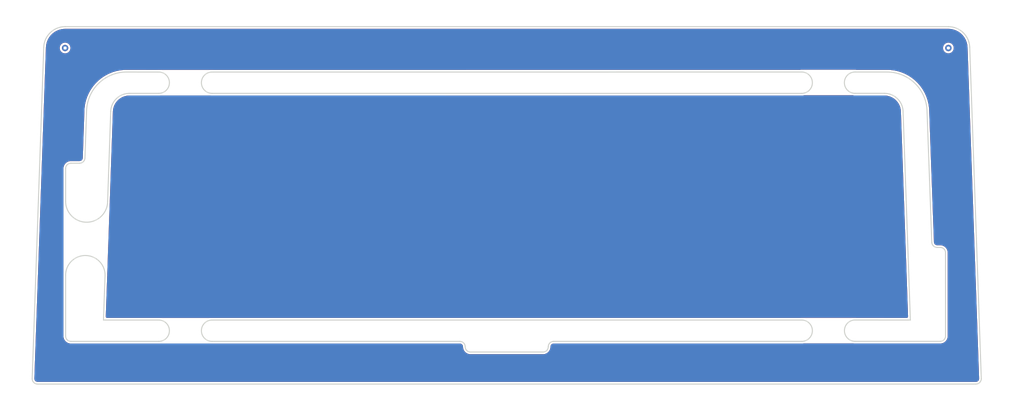
<source format=kicad_pcb>
(kicad_pcb
	(version 20241229)
	(generator "pcbnew")
	(generator_version "9.0")
	(general
		(thickness 1.6)
		(legacy_teardrops no)
	)
	(paper "A4")
	(layers
		(0 "F.Cu" signal)
		(2 "B.Cu" signal)
		(9 "F.Adhes" user "F.Adhesive")
		(11 "B.Adhes" user "B.Adhesive")
		(13 "F.Paste" user)
		(15 "B.Paste" user)
		(5 "F.SilkS" user "F.Silkscreen")
		(7 "B.SilkS" user "B.Silkscreen")
		(1 "F.Mask" user)
		(3 "B.Mask" user)
		(17 "Dwgs.User" user "User.Drawings")
		(19 "Cmts.User" user "User.Comments")
		(21 "Eco1.User" user "User.Eco1")
		(23 "Eco2.User" user "User.Eco2")
		(25 "Edge.Cuts" user)
		(27 "Margin" user)
		(31 "F.CrtYd" user "F.Courtyard")
		(29 "B.CrtYd" user "B.Courtyard")
		(35 "F.Fab" user)
		(33 "B.Fab" user)
		(39 "User.1" user)
		(41 "User.2" user)
		(43 "User.3" user)
		(45 "User.4" user)
	)
	(setup
		(pad_to_mask_clearance 0.038)
		(allow_soldermask_bridges_in_footprints no)
		(tenting front back)
		(pcbplotparams
			(layerselection 0x00000000_00000000_55555555_5755f5ff)
			(plot_on_all_layers_selection 0x00000000_00000000_00000000_00000000)
			(disableapertmacros no)
			(usegerberextensions no)
			(usegerberattributes yes)
			(usegerberadvancedattributes yes)
			(creategerberjobfile yes)
			(dashed_line_dash_ratio 12.000000)
			(dashed_line_gap_ratio 3.000000)
			(svgprecision 4)
			(plotframeref no)
			(mode 1)
			(useauxorigin no)
			(hpglpennumber 1)
			(hpglpenspeed 20)
			(hpglpendiameter 15.000000)
			(pdf_front_fp_property_popups yes)
			(pdf_back_fp_property_popups yes)
			(pdf_metadata yes)
			(pdf_single_document no)
			(dxfpolygonmode yes)
			(dxfimperialunits yes)
			(dxfusepcbnewfont yes)
			(psnegative no)
			(psa4output no)
			(plot_black_and_white yes)
			(sketchpadsonfab no)
			(plotpadnumbers no)
			(hidednponfab no)
			(sketchdnponfab yes)
			(crossoutdnponfab yes)
			(subtractmaskfromsilk no)
			(outputformat 1)
			(mirror no)
			(drillshape 1)
			(scaleselection 1)
			(outputdirectory "")
		)
	)
	(net 0 "")
	(gr_line
		(start 102.55 97.50001)
		(end 103.3741 74.262639)
		(stroke
			(width 3)
			(type solid)
		)
		(layer "F.Mask")
		(uuid "5ced7799-b48c-4f4a-b900-f7745dcd4425")
	)
	(gr_line
		(start 102.55 97.50001)
		(end 186.457794 97.489939)
		(stroke
			(width 3)
			(type solid)
		)
		(layer "F.Mask")
		(uuid "64ff93e8-5b83-406d-a9bd-2e82b23762f5")
	)
	(gr_line
		(start 108.87 69)
		(end 180.14704 69)
		(stroke
			(width 3)
			(type solid)
		)
		(layer "F.Mask")
		(uuid "6d392250-5640-4e66-bab5-adb8929c0e20")
	)
	(gr_arc
		(start 103.3741 74.262639)
		(mid 105.05091 70.524512)
		(end 108.853827 69.000337)
		(stroke
			(width 3)
			(type solid)
		)
		(layer "F.Mask")
		(uuid "7d18cb73-206e-4393-a1a9-d1b818996556")
	)
	(gr_arc
		(start 180.14704 69)
		(mid 183.965755 70.54855)
		(end 185.636995 74.315185)
		(stroke
			(width 3)
			(type solid)
		)
		(layer "F.Mask")
		(uuid "82121533-1a95-4cb4-94b3-a68864de9b9c")
	)
	(gr_line
		(start 185.636895 74.32208)
		(end 186.457796 97.49)
		(stroke
			(width 3)
			(type solid)
		)
		(layer "F.Mask")
		(uuid "e8e12d8e-d8c2-47c6-ace0-b62bd270a716")
	)
	(gr_line
		(start 144.5 68)
		(end 144.5 99)
		(stroke
			(width 0.1)
			(type default)
		)
		(locked yes)
		(layer "Cmts.User")
		(uuid "0b302b9e-9b80-4780-9dda-1e025abe2002")
	)
	(gr_line
		(start 187.134542 74.2732)
		(end 187.998023 99.000069)
		(stroke
			(width 0.1)
			(type solid)
		)
		(layer "Cmts.User")
		(uuid "3ad854d8-a551-45cb-a008-f0e26680e981")
	)
	(gr_line
		(start 101 99)
		(end 101.865461 74.272571)
		(stroke
			(width 0.1)
			(type solid)
		)
		(layer "Cmts.User")
		(uuid "41814990-fb49-4da5-a43b-33c713aba581")
	)
	(gr_line
		(start 108.86148 67.5)
		(end 180.13852 67.5)
		(stroke
			(width 0.1)
			(type solid)
		)
		(layer "Cmts.User")
		(uuid "6b5e45df-09a0-4848-9c2f-4a015f2adfb2")
	)
	(gr_arc
		(start 180.13852 67.5)
		(mid 185.001123 69.464635)
		(end 187.134236 74.255724)
		(stroke
			(width 0.1)
			(type solid)
		)
		(layer "Cmts.User")
		(uuid "b3ff5f83-1f4e-4e58-97e0-35195c04bfc4")
	)
	(gr_line
		(start 101 99)
		(end 187.998021 99)
		(stroke
			(width 0.1)
			(type solid)
		)
		(layer "Cmts.User")
		(uuid "da1b37a8-1f4f-4132-a076-06cb30f82bf1")
	)
	(gr_arc
		(start 101.865458 74.272639)
		(mid 103.986907 69.476591)
		(end 108.844564 67.500285)
		(stroke
			(width 0.1)
			(type solid)
		)
		(layer "Cmts.User")
		(uuid "ea3374ca-a7a1-48ba-a474-bdc196ba35a6")
	)
	(gr_arc
		(start 101.102588 68.430193)
		(mid 101.712055 67.061317)
		(end 103.112535 66.5)
		(stroke
			(width 0.1)
			(type default)
		)
		(layer "Edge.Cuts")
		(uuid "0207abd8-efcb-493b-9f57-2035763e0f2a")
	)
	(gr_arc
		(start 148.395 96.5)
		(mid 148.248553 96.853553)
		(end 147.895 97)
		(stroke
			(width 0.1)
			(type default)
		)
		(layer "Edge.Cuts")
		(uuid "05e21cab-93e2-4987-ab5e-5e77086ef874")
	)
	(gr_arc
		(start 116.879955 72.752)
		(mid 115.88 71.752)
		(end 116.879964 70.752)
		(stroke
			(width 0.1)
			(type solid)
		)
		(layer "Edge.Cuts")
		(uuid "07de1ac6-551a-4329-8b61-ae7d6191c994")
	)
	(gr_arc
		(start 107.089996 82.860132)
		(mid 105.12 84.83)
		(end 103.150004 82.86)
		(stroke
			(width 0.1)
			(type default)
		)
		(layer "Edge.Cuts")
		(uuid "0d196f56-edd5-4ea4-874b-a68009f99c36")
	)
	(gr_arc
		(start 103.15 79.8)
		(mid 103.296447 79.446447)
		(end 103.65 79.3)
		(stroke
			(width 0.1)
			(type default)
		)
		(layer "Edge.Cuts")
		(uuid "0fc4aed6-859b-4bb0-b6a1-6bef04d74ed7")
	)
	(gr_line
		(start 104.961343 78.817302)
		(end 105.115017 74.379509)
		(stroke
			(width 0.1)
			(type solid)
		)
		(layer "Edge.Cuts")
		(uuid "11747806-27b0-469e-84c8-35721c2ae4fe")
	)
	(gr_line
		(start 181.652001 74.502496)
		(end 182.333286 94)
		(stroke
			(width 0.1)
			(type solid)
		)
		(layer "Edge.Cuts")
		(uuid "11972bf3-f63f-4cd9-affb-b24c5c826756")
	)
	(gr_arc
		(start 105.115017 74.379509)
		(mid 106.25159 71.809693)
		(end 108.867176 70.750031)
		(stroke
			(width 0.1)
			(type solid)
		)
		(layer "Edge.Cuts")
		(uuid "1ef3d97a-e870-4d7d-b7dd-10ca09e0f67a")
	)
	(gr_arc
		(start 185.8985 66.5)
		(mid 187.287925 67.061328)
		(end 187.89687 68.414666)
		(stroke
			(width 0.1)
			(type solid)
		)
		(layer "Edge.Cuts")
		(uuid "22180847-29a4-431f-9be2-d11a858c40ee")
	)
	(gr_line
		(start 111.88 96)
		(end 103.6502 96)
		(stroke
			(width 0.1)
			(type solid)
		)
		(layer "Edge.Cuts")
		(uuid "22a24c7b-2eed-46de-8cea-47f53dbe3c23")
	)
	(gr_arc
		(start 188.982226 99.49855)
		(mid 188.841905 99.84734)
		(end 188.482232 100)
		(stroke
			(width 0.1)
			(type default)
		)
		(layer "Edge.Cuts")
		(uuid "244db07d-82e1-4829-94c4-478b06413604")
	)
	(gr_line
		(start 116.88 96)
		(end 140.105 96)
		(stroke
			(width 0.1)
			(type solid)
		)
		(layer "Edge.Cuts")
		(uuid "24c40e9e-dee4-4099-a351-5ee4a14d14a9")
	)
	(gr_line
		(start 177.16154 93.995538)
		(end 182.333286 94)
		(stroke
			(width 0.1)
			(type default)
		)
		(layer "Edge.Cuts")
		(uuid "2a7f5a5a-6bb5-4fec-9af8-299807403bbe")
	)
	(gr_arc
		(start 179.899999 72.75)
		(mid 181.138851 73.263149)
		(end 181.652001 74.502496)
		(stroke
			(width 0.1)
			(type solid)
		)
		(layer "Edge.Cuts")
		(uuid "2a833eef-7a2d-40d6-b434-edaa008714e2")
	)
	(gr_line
		(start 148.895 96)
		(end 172.15 95.999999)
		(stroke
			(width 0.1)
			(type solid)
		)
		(layer "Edge.Cuts")
		(uuid "2af428f4-e111-41ca-8483-44a28a48367a")
	)
	(gr_arc
		(start 103.15 89.799993)
		(mid 105 87.949996)
		(end 106.845286 89.931982)
		(stroke
			(width 0.1)
			(type default)
		)
		(layer "Edge.Cuts")
		(uuid "2c3d55af-a73e-4fec-880d-96677f958c1f")
	)
	(gr_arc
		(start 104.961343 78.817302)
		(mid 104.809027 79.159634)
		(end 104.461643 79.3)
		(stroke
			(width 0.1)
			(type default)
		)
		(layer "Edge.Cuts")
		(uuid "31390b75-1e6d-4b54-bbce-a64f7ce70ccb")
	)
	(gr_line
		(start 103.15 82.86)
		(end 103.15 79.8)
		(stroke
			(width 0.1)
			(type solid)
		)
		(layer "Edge.Cuts")
		(uuid "313af55b-e255-4d2a-ac52-a3e2578524ae")
	)
	(gr_line
		(start 107.089996 82.860132)
		(end 107.380016 74.44367)
		(stroke
			(width 0.1)
			(type solid)
		)
		(layer "Edge.Cuts")
		(uuid "3a12bec0-06f6-47f1-83a0-b6150c8455da")
	)
	(gr_arc
		(start 172.15 94.000002)
		(mid 173.15 95)
		(end 172.15 95.999998)
		(stroke
			(width 0.1)
			(type solid)
		)
		(layer "Edge.Cuts")
		(uuid "41baf1c4-5295-4331-9607-671839fe6a77")
	)
	(gr_arc
		(start 107.380016 74.44367)
		(mid 107.911387 73.246254)
		(end 109.130788 72.752177)
		(stroke
			(width 0.1)
			(type solid)
		)
		(layer "Edge.Cuts")
		(uuid "447fda3f-668e-4af5-acf3-0d4a4597238b")
	)
	(gr_line
		(start 183.89578 74.325924)
		(end 184.344092 86.735325)
		(stroke
			(width 0.1)
			(type solid)
		)
		(layer "Edge.Cuts")
		(uuid "47ceb408-a43b-490d-953f-a0cc1db9004c")
	)
	(gr_arc
		(start 103.6502 96)
		(mid 103.287336 95.844296)
		(end 103.149977 95.521125)
		(stroke
			(width 0.1)
			(type default)
		)
		(layer "Edge.Cuts")
		(uuid "4e42299d-d638-4ea2-a5d5-c8fc5e0897b4")
	)
	(gr_arc
		(start 141.105 97)
		(mid 140.751447 96.853553)
		(end 140.605 96.5)
		(stroke
			(width 0.1)
			(type default)
		)
		(layer "Edge.Cuts")
		(uuid "540d2479-51a9-49c2-ba75-0debd8d253ac")
	)
	(gr_arc
		(start 185.632514 95.499738)
		(mid 185.476836 95.858)
		(end 185.149331 95.995529)
		(stroke
			(width 0.1)
			(type default)
		)
		(layer "Edge.Cuts")
		(uuid "55a30497-0639-402e-b977-1a2fe04f1a7a")
	)
	(gr_arc
		(start 177.1503 72.750001)
		(mid 176.150309 71.75)
		(end 177.1503 70.75)
		(stroke
			(width 0.1)
			(type solid)
		)
		(layer "Edge.Cuts")
		(uuid "6818659f-c0c3-4536-b018-acc4426cc180")
	)
	(gr_line
		(start 141.105 97)
		(end 147.895 97)
		(stroke
			(width 0.1)
			(type solid)
		)
		(layer "Edge.Cuts")
		(uuid "7382e6e3-408d-4fd7-9447-905a89466159")
	)
	(gr_line
		(start 103.112535 66.5)
		(end 185.8985 66.5)
		(stroke
			(width 0.1)
			(type solid)
		)
		(layer "Edge.Cuts")
		(uuid "74157da9-f456-409c-9141-ee0834982967")
	)
	(gr_line
		(start 111.880007 72.752)
		(end 109.130788 72.752019)
		(stroke
			(width 0.1)
			(type default)
		)
		(layer "Edge.Cuts")
		(uuid "74d09fb5-61b9-4aea-99bb-68428d415979")
	)
	(gr_arc
		(start 148.395 96.5)
		(mid 148.541447 96.146447)
		(end 148.895 96)
		(stroke
			(width 0.1)
			(type default)
		)
		(layer "Edge.Cuts")
		(uuid "7b9f51a4-1452-4941-8484-8444a584adea")
	)
	(gr_line
		(start 177.1503 70.75)
		(end 180.1503 70.75)
		(stroke
			(width 0.1)
			(type default)
		)
		(layer "Edge.Cuts")
		(uuid "7d180cd1-c133-444b-8382-18c8f99d88be")
	)
	(gr_line
		(start 100.5177 100)
		(end 188.482232 100)
		(stroke
			(width 0.1)
			(type solid)
		)
		(layer "Edge.Cuts")
		(uuid "7dea99f0-4917-40df-9f9c-50c620b08676")
	)
	(gr_arc
		(start 185.13 87.190553)
		(mid 185.483553 87.337)
		(end 185.629998 87.683584)
		(stroke
			(width 0.1)
			(type default)
		)
		(layer "Edge.Cuts")
		(uuid "81e22f08-f283-4545-a462-eb6f5c9ba976")
	)
	(gr_arc
		(start 140.105 96)
		(mid 140.458553 96.146447)
		(end 140.605 96.5)
		(stroke
			(width 0.1)
			(type default)
		)
		(layer "Edge.Cuts")
		(uuid "9a58eca8-ff65-43fe-8cfc-2147bc55b6b2")
	)
	(gr_arc
		(start 177.15 95.995529)
		(mid 176.15 94.995528)
		(end 177.16154 93.995538)
		(stroke
			(width 0.1)
			(type solid)
		)
		(layer "Edge.Cuts")
		(uuid "9dbf0f4e-9a81-4794-8eaf-020b3cb9dd8d")
	)
	(gr_arc
		(start 100.5177 100)
		(mid 100.158097 99.847328)
		(end 100.018105 99.482652)
		(stroke
			(width 0.1)
			(type default)
		)
		(layer "Edge.Cuts")
		(uuid "a158db74-89de-4253-84e3-d145def93e67")
	)
	(gr_line
		(start 172.150264 70.75)
		(end 116.879964 70.752)
		(stroke
			(width 0.1)
			(type default)
		)
		(layer "Edge.Cuts")
		(uuid "a47ed2b5-7ae5-4ce1-a133-38d712490c6f")
	)
	(gr_line
		(start 101.102587 68.430193)
		(end 100.018105 99.482652)
		(stroke
			(width 0.1)
			(type default)
		)
		(layer "Edge.Cuts")
		(uuid "a60022e2-6345-4021-910b-b2817aae1c85")
	)
	(gr_arc
		(start 111.88066 70.752)
		(mid 112.88 71.752)
		(end 111.880007 72.752)
		(stroke
			(width 0.1)
			(type solid)
		)
		(layer "Edge.Cuts")
		(uuid "ad9bafb1-2f4f-40cc-aedb-e7a47b4add12")
	)
	(gr_line
		(start 103.149977 95.521125)
		(end 103.15 89.799993)
		(stroke
			(width 0.1)
			(type default)
		)
		(layer "Edge.Cuts")
		(uuid "b0747113-b0e4-4e2e-8c77-3cd8625b2bd4")
	)
	(gr_arc
		(start 111.88 94)
		(mid 112.88 95)
		(end 111.88 96)
		(stroke
			(width 0.1)
			(type solid)
		)
		(layer "Edge.Cuts")
		(uuid "bcc67c51-77fb-4bdf-9c91-68039a56dce7")
	)
	(gr_arc
		(start 172.150264 70.75)
		(mid 173.152572 71.75738)
		(end 172.134238 72.754471)
		(stroke
			(width 0.1)
			(type solid)
		)
		(layer "Edge.Cuts")
		(uuid "c347d6a3-00ac-447a-bf3f-8f0aa45f4093")
	)
	(gr_line
		(start 103.65 79.3)
		(end 104.46 79.3)
		(stroke
			(width 0.1)
			(type solid)
		)
		(layer "Edge.Cuts")
		(uuid "ca1cbb39-5c66-4bc8-b7e8-6b6234960357")
	)
	(gr_line
		(start 185.629998 87.683584)
		(end 185.632514 95.499738)
		(stroke
			(width 0.1)
			(type default)
		)
		(layer "Edge.Cuts")
		(uuid "d206eb92-49c1-495c-bd88-ae4fdf3386fd")
	)
	(gr_line
		(start 177.1503 72.750001)
		(end 179.899999 72.75)
		(stroke
			(width 0.1)
			(type default)
		)
		(layer "Edge.Cuts")
		(uuid "d2555664-7ec1-4124-b8f1-06872e31f1ea")
	)
	(gr_arc
		(start 116.88 96)
		(mid 115.88 95)
		(end 116.88 94)
		(stroke
			(width 0.1)
			(type solid)
		)
		(layer "Edge.Cuts")
		(uuid "d386879f-aeb9-4625-be1d-9403f4577520")
	)
	(gr_line
		(start 177.15 95.995529)
		(end 185.149331 95.995529)
		(stroke
			(width 0.1)
			(type solid)
		)
		(layer "Edge.Cuts")
		(uuid "d43e47e5-52e5-4805-b277-9dcac87de0f1")
	)
	(gr_line
		(start 116.88 94)
		(end 172.15 94.000002)
		(stroke
			(width 0.1)
			(type solid)
		)
		(layer "Edge.Cuts")
		(uuid "d64ea9b5-04d2-43b5-82b9-308e05fb391a")
	)
	(gr_arc
		(start 180.1503 70.75)
		(mid 182.754921 71.802335)
		(end 183.89578 74.325924)
		(stroke
			(width 0.1)
			(type solid)
		)
		(layer "Edge.Cuts")
		(uuid "d9198762-2539-4552-943b-9d2d38166915")
	)
	(gr_line
		(start 116.879955 72.752)
		(end 172.134238 72.754471)
		(stroke
			(width 0.1)
			(type default)
		)
		(layer "Edge.Cuts")
		(uuid "d978550f-54dc-4350-a0b2-ff4c47428dd2")
	)
	(gr_arc
		(start 184.842 87.189967)
		(mid 184.494641 87.049596)
		(end 184.344092 86.735325)
		(stroke
			(width 0.1)
			(type default)
		)
		(layer "Edge.Cuts")
		(uuid "dd3f60e9-6392-46f4-96d9-c78e26b2795d")
	)
	(gr_line
		(start 184.842 87.19)
		(end 185.13 87.19)
		(stroke
			(width 0.1)
			(type default)
		)
		(layer "Edge.Cuts")
		(uuid "e7c57899-32a0-44b1-b2d2-6cd6d01f137c")
	)
	(gr_line
		(start 106.845286 89.931982)
		(end 106.7 94)
		(stroke
			(width 0.1)
			(type default)
		)
		(layer "Edge.Cuts")
		(uuid "eeed3135-af38-44d0-886f-eba03ffc880e")
	)
	(gr_line
		(start 187.89687 68.414666)
		(end 188.982226 99.49855)
		(stroke
			(width 0.1)
			(type default)
		)
		(layer "Edge.Cuts")
		(uuid "ef8b28ca-670d-484b-b2a7-e8ed86c46507")
	)
	(gr_line
		(start 111.88066 70.752)
		(end 108.867176 70.750011)
		(stroke
			(width 0.1)
			(type default)
		)
		(layer "Edge.Cuts")
		(uuid "f615cca9-e4af-434d-b04f-780515c22d9f")
	)
	(gr_line
		(start 111.88 94)
		(end 106.7 94)
		(stroke
			(width 0.1)
			(type default)
		)
		(layer "Edge.Cuts")
		(uuid "fe66da60-7b88-4ef2-a5b5-c5e23b5e5a55")
	)
	(via
		(at 185.8985 68.5)
		(size 0.6)
		(drill 0.3)
		(layers "F.Cu" "B.Cu")
		(net 0)
		(uuid "1626fb63-d7d9-4a51-b72a-a477603d787e")
	)
	(via
		(at 103.1014 68.5)
		(size 0.6)
		(drill 0.3)
		(layers "F.Cu" "B.Cu")
		(net 0)
		(uuid "567ee563-670f-4baa-a646-2e54e3ce7711")
	)
	(zone
		(net 0)
		(net_name "")
		(layers "F.Cu" "B.Cu")
		(uuid "01ec49d6-20e9-4659-b576-0ead49c7cd27")
		(hatch edge 0.5)
		(connect_pads
			(clearance 0)
		)
		(min_thickness 0.25)
		(filled_areas_thickness no)
		(keepout
			(tracks not_allowed)
			(vias not_allowed)
			(pads not_allowed)
			(copperpour not_allowed)
			(footprints not_allowed)
		)
		(placement
			(enabled no)
			(sheetname "")
		)
		(fill
			(thermal_gap 0.5)
			(thermal_bridge_width 0.5)
		)
		(polygon
			(pts
				(xy 111.821042 70.55) (xy 116.96 70.55) (xy 116.96 72.95) (xy 111.811042 72.95)
			)
		)
	)
	(zone
		(net 0)
		(net_name "")
		(layers "F.Cu" "B.Cu")
		(uuid "0ef7032d-5c4c-4438-b16b-20ed05d33e6e")
		(hatch edge 0.5)
		(connect_pads
			(clearance 0)
		)
		(min_thickness 0.25)
		(filled_areas_thickness no)
		(keepout
			(tracks not_allowed)
			(vias not_allowed)
			(pads not_allowed)
			(copperpour not_allowed)
			(footprints not_allowed)
		)
		(placement
			(enabled no)
			(sheetname "")
		)
		(fill
			(thermal_gap 0.5)
			(thermal_bridge_width 0.5)
		)
		(polygon
			(pts
				(xy 102.95 82.86) (xy 107.29 82.86) (xy 107.05 89.79) (xy 102.95 89.81)
			)
		)
	)
	(zone
		(net 0)
		(net_name "")
		(layers "F.Cu" "B.Cu")
		(uuid "803260e1-c701-4b76-9fd5-b2b0b97987d0")
		(hatch edge 0.5)
		(connect_pads
			(clearance 0)
		)
		(min_thickness 0.25)
		(filled_areas_thickness no)
		(keepout
			(tracks not_allowed)
			(vias not_allowed)
			(pads not_allowed)
			(copperpour not_allowed)
			(footprints not_allowed)
		)
		(placement
			(enabled no)
			(sheetname "")
		)
		(fill
			(thermal_gap 0.5)
			(thermal_bridge_width 0.5)
		)
		(polygon
			(pts
				(xy 172.07 70.53) (xy 177.21 70.53) (xy 177.21 72.93) (xy 172.06 72.93)
			)
		)
	)
	(zone
		(net 0)
		(net_name "")
		(layers "F.Cu" "B.Cu")
		(uuid "a218d9b5-595f-4978-81bc-2e9b02406ae0")
		(hatch edge 0.5)
		(connect_pads
			(clearance 0)
		)
		(min_thickness 0.25)
		(filled_areas_thickness no)
		(keepout
			(tracks not_allowed)
			(vias not_allowed)
			(pads not_allowed)
			(copperpour not_allowed)
			(footprints not_allowed)
		)
		(placement
			(enabled no)
			(sheetname "")
		)
		(fill
			(thermal_gap 0.5)
			(thermal_bridge_width 0.5)
		)
		(polygon
			(pts
				(xy 111.82 93.8) (xy 116.96 93.8) (xy 116.96 96.2) (xy 111.81 96.2)
			)
		)
	)
	(zone
		(net 0)
		(net_name "")
		(layers "F.Cu" "B.Cu")
		(uuid "e32eac40-57b4-4c62-a106-f11802630084")
		(hatch edge 0.5)
		(connect_pads
			(clearance 0.2)
		)
		(min_thickness 0.25)
		(filled_areas_thickness no)
		(fill yes
			(thermal_gap 0.5)
			(thermal_bridge_width 0.5)
			(island_removal_mode 1)
			(island_area_min 10)
		)
		(polygon
			(pts
				(xy 97 64) (xy 193 64) (xy 193 103) (xy 98 103)
			)
		)
		(filled_polygon
			(layer "F.Cu")
			(island)
			(pts
				(xy 176.939685 72.931883) (xy 177.04527 72.950501) (xy 177.045274 72.950501) (xy 177.241536 72.950501)
				(xy 177.241545 72.9505) (xy 179.895568 72.9505) (xy 179.904416 72.950816) (xy 180.111996 72.965665)
				(xy 180.129506 72.968183) (xy 180.326337 73.011009) (xy 180.328516 73.011483) (xy 180.345493 73.016469)
				(xy 180.424399 73.045904) (xy 180.536316 73.087655) (xy 180.552399 73.095001) (xy 180.731158 73.192631)
				(xy 180.746037 73.202197) (xy 180.909066 73.324269) (xy 180.922437 73.335858) (xy 181.066429 73.47989)
				(xy 181.078015 73.493265) (xy 181.200041 73.656329) (xy 181.209602 73.671212) (xy 181.255689 73.755651)
				(xy 181.307179 73.849991) (xy 181.314526 73.866089) (xy 181.385655 74.056921) (xy 181.390637 74.073901)
				(xy 181.433882 74.272931) (xy 181.436395 74.290447) (xy 181.451097 74.496804) (xy 181.451334 74.501252)
				(xy 181.451422 74.503751) (xy 181.451499 74.508147) (xy 181.451489 74.543741) (xy 181.453392 74.560147)
				(xy 182.121162 93.670879) (xy 182.103831 93.738565) (xy 182.052657 93.786136) (xy 181.997131 93.799209)
				(xy 177.2864 93.795145) (xy 177.268933 93.79) (xy 177.23 93.79) (xy 172.09 93.79) (xy 172.067721 93.79)
				(xy 172.055346 93.796723) (xy 172.029249 93.7995) (xy 116.77497 93.7995) (xy 116.774638 93.799529)
				(xy 116.763838 93.8) (xy 111.996162 93.8) (xy 111.985362 93.799529) (xy 111.98503 93.7995) (xy 111.919882 93.7995)
				(xy 107.036297 93.7995) (xy 106.969258 93.779815) (xy 106.923503 93.727011) (xy 106.912376 93.671074)
				(xy 107.044878 89.960974) (xy 107.045531 89.942695) (xy 107.055069 89.809176) (xy 107.051393 89.750436)
				(xy 107.05157 89.74467) (xy 107.051592 89.744602) (xy 107.051586 89.744166) (xy 107.054414 89.662535)
				(xy 107.282928 83.064177) (xy 107.283916 83.052277) (xy 107.288973 83.013886) (xy 107.290486 83.002404)
				(xy 107.290494 82.865672) (xy 107.290567 82.86151) (xy 107.580248 74.454876) (xy 107.580845 74.446282)
				(xy 107.602029 74.243881) (xy 107.605025 74.226847) (xy 107.653131 74.033574) (xy 107.658466 74.017137)
				(xy 107.733006 73.832454) (xy 107.740579 73.816913) (xy 107.84011 73.644392) (xy 107.849771 73.630061)
				(xy 107.972347 73.473082) (xy 107.983906 73.460238) (xy 108.12714 73.321854) (xy 108.140381 73.310738)
				(xy 108.301483 73.193643) (xy 108.316155 73.184472) (xy 108.491981 73.090949) (xy 108.507786 73.08391)
				(xy 108.694911 73.015779) (xy 108.711542 73.011009) (xy 108.90634 72.969589) (xy 108.923467 72.96718)
				(xy 109.126472 72.952979) (xy 109.135125 72.952677) (xy 109.182125 72.952677) (xy 109.183723 72.952517)
				(xy 111.896502 72.9525) (xy 111.985016 72.952501) (xy 111.997849 72.950238) (xy 112.007321 72.95003)
				(xy 112.007904 72.950187) (xy 112.01005 72.95) (xy 116.749915 72.95) (xy 116.771453 72.951884) (xy 116.774919 72.952496)
				(xy 116.774922 72.952496) (xy 116.879946 72.9525) (xy 116.919828 72.952502) (xy 116.919829 72.952501)
				(xy 172.131794 72.95497) (xy 172.133473 72.954984) (xy 172.230585 72.956497) (xy 172.236776 72.956594)
				(xy 172.236776 72.956593) (xy 172.23678 72.956594) (xy 172.392426 72.931572) (xy 172.412108 72.93)
				(xy 176.918154 72.93)
			)
		)
		(filled_polygon
			(layer "F.Cu")
			(island)
			(pts
				(xy 185.902797 66.700799) (xy 185.95598 66.704498) (xy 186.139091 66.717237) (xy 186.15613 66.719619)
				(xy 186.376302 66.766171) (xy 186.383647 66.767724) (xy 186.400198 66.772445) (xy 186.618865 66.851591)
				(xy 186.634603 66.858557) (xy 186.840204 66.967218) (xy 186.854814 66.976289) (xy 187.043387 67.11237)
				(xy 187.056609 67.123383) (xy 187.224538 67.284277) (xy 187.236093 67.297001) (xy 187.380122 67.479594)
				(xy 187.389812 67.493806) (xy 187.507165 67.694573) (xy 187.514798 67.709999) (xy 187.603218 67.925072)
				(xy 187.608642 67.941405) (xy 187.666434 68.166658) (xy 187.669544 68.183587) (xy 187.696006 68.418387)
				(xy 187.69671 68.427947) (xy 188.781231 99.487898) (xy 188.77983 99.511304) (xy 188.770312 99.572429)
				(xy 188.758385 99.609425) (xy 188.733736 99.65804) (xy 188.710943 99.689524) (xy 188.672457 99.728117)
				(xy 188.641034 99.750999) (xy 188.592489 99.775781) (xy 188.555528 99.78781) (xy 188.491463 99.797968)
				(xy 188.47205 99.799498) (xy 188.467888 99.799498) (xy 188.442377 99.799495) (xy 188.442366 99.799499)
				(xy 188.430081 99.7995) (xy 188.430079 99.799499) (xy 188.430075 99.7995) (xy 100.527678 99.7995)
				(xy 100.507853 99.797905) (xy 100.483466 99.793955) (xy 100.443015 99.787403) (xy 100.405395 99.774888)
				(xy 100.356148 99.749142) (xy 100.324403 99.725394) (xy 100.285796 99.685415) (xy 100.28413 99.683017)
				(xy 100.282795 99.682194) (xy 100.26317 99.652859) (xy 100.239158 99.602743) (xy 100.227964 99.564709)
				(xy 100.219731 99.499549) (xy 100.21883 99.479682) (xy 100.218971 99.475654) (xy 100.358166 95.490022)
				(xy 102.947929 95.490022) (xy 102.949359 95.522787) (xy 102.949477 95.528193) (xy 102.949477 95.561007)
				(xy 102.949659 95.561923) (xy 102.951917 95.5806) (xy 102.95307 95.606573) (xy 102.992814 95.754921)
				(xy 103.063724 95.891146) (xy 103.063728 95.891152) (xy 103.162444 96.008801) (xy 103.162448 96.008804)
				(xy 103.284283 96.102294) (xy 103.284284 96.102294) (xy 103.284285 96.102295) (xy 103.423473 96.167201)
				(xy 103.423474 96.167201) (xy 103.423476 96.167202) (xy 103.498442 96.183822) (xy 103.573411 96.200443)
				(xy 103.59794 96.20046) (xy 103.598326 96.2005) (xy 103.610318 96.2005) (xy 111.98503 96.2005) (xy 111.985362 96.200471)
				(xy 111.996162 96.2) (xy 116.763838 96.2) (xy 116.774638 96.200471) (xy 116.77497 96.2005) (xy 116.840118 96.2005)
				(xy 140.065118 96.2005) (xy 140.095243 96.2005) (xy 140.11464 96.202027) (xy 140.13008 96.204472)
				(xy 140.178154 96.212086) (xy 140.215046 96.224073) (xy 140.263544 96.248783) (xy 140.294929 96.271586)
				(xy 140.333413 96.31007) (xy 140.356217 96.341457) (xy 140.380925 96.38995) (xy 140.392913 96.426845)
				(xy 140.402973 96.490358) (xy 140.4045 96.509757) (xy 140.4045 96.568993) (xy 140.4045 96.568995)
				(xy 140.404499 96.568995) (xy 140.431418 96.704322) (xy 140.431421 96.704332) (xy 140.484221 96.831804)
				(xy 140.484228 96.831817) (xy 140.560885 96.946541) (xy 140.560888 96.946545) (xy 140.658454 97.044111)
				(xy 140.658458 97.044114) (xy 140.773182 97.120771) (xy 140.773195 97.120778) (xy 140.900667 97.173578)
				(xy 140.900672 97.17358) (xy 140.900676 97.17358) (xy 140.900677 97.173581) (xy 141.036004 97.2005)
				(xy 141.036007 97.2005) (xy 147.963995 97.2005) (xy 148.055041 97.182389) (xy 148.099328 97.17358)
				(xy 148.226811 97.120775) (xy 148.341542 97.044114) (xy 148.439114 96.946542) (xy 148.515775 96.831811)
				(xy 148.56858 96.704328) (xy 148.5955 96.568993) (xy 148.5955 96.509757) (xy 148.597027 96.49036)
				(xy 148.601817 96.460118) (xy 148.607087 96.426845) (xy 148.619072 96.389955) (xy 148.643785 96.341452)
				(xy 148.666583 96.310073) (xy 148.705073 96.271583) (xy 148.736452 96.248785) (xy 148.784955 96.224072)
				(xy 148.821843 96.212087) (xy 148.87332 96.203933) (xy 148.88536 96.202027) (xy 148.904757 96.2005)
				(xy 148.986236 96.2005) (xy 148.986245 96.200499) (xy 172.198943 96.200499) (xy 172.198955 96.200498)
				(xy 172.25503 96.200498) (xy 172.309269 96.190934) (xy 172.314705 96.190463) (xy 172.316343 96.190793)
				(xy 172.325415 96.19) (xy 176.999822 96.19) (xy 177.021432 96.191897) (xy 177.044582 96.195995)
				(xy 177.098072 96.196012) (xy 177.098246 96.196029) (xy 177.110118 96.196029) (xy 177.15 96.196029)
				(xy 177.189882 96.196029) (xy 185.113087 96.196029) (xy 185.116493 96.197302) (xy 185.152839 96.196029)
				(xy 185.189213 96.196029) (xy 185.19051 96.196029) (xy 185.207136 96.19409) (xy 185.233061 96.193164)
				(xy 185.381688 96.154723) (xy 185.518479 96.085038) (xy 185.636953 95.987408) (xy 185.7315 95.866458)
				(xy 185.79764 95.727918) (xy 185.83224 95.57835) (xy 185.832616 95.540546) (xy 185.833027 95.539555)
				(xy 185.833014 95.500576) (xy 185.833375 95.461715) (xy 185.833374 95.461712) (xy 185.833455 95.452991)
				(xy 185.832996 95.448124) (xy 185.83051 87.721975) (xy 185.831038 87.720649) (xy 185.830497 87.682152)
				(xy 185.830485 87.643637) (xy 185.830484 87.643635) (xy 185.830482 87.635988) (xy 185.829804 87.629551)
				(xy 185.829579 87.6124) (xy 185.829579 87.612393) (xy 185.801252 87.478592) (xy 185.747587 87.352793)
				(xy 185.670609 87.239746) (xy 185.573224 87.143718) (xy 185.57322 87.143715) (xy 185.573216 87.143712)
				(xy 185.459112 87.068336) (xy 185.459109 87.068334) (xy 185.459108 87.068334) (xy 185.381981 87.036703)
				(xy 185.332572 87.01644) (xy 185.33257 87.016439) (xy 185.332569 87.016439) (xy 185.198384 86.989992)
				(xy 185.198381 86.989992) (xy 185.184735 86.990004) (xy 185.179592 86.9895) (xy 185.169882 86.9895)
				(xy 184.894121 86.9895) (xy 184.881939 86.98949) (xy 184.881882 86.989467) (xy 184.851096 86.989467)
				(xy 184.851064 86.989457) (xy 184.832906 86.988111) (xy 184.822117 86.986502) (xy 184.772928 86.979168)
				(xy 184.737952 86.968502) (xy 184.719986 86.959956) (xy 184.691585 86.946447) (xy 184.661238 86.92604)
				(xy 184.623321 86.891418) (xy 184.600246 86.863046) (xy 184.574075 86.818864) (xy 184.560283 86.784999)
				(xy 184.551287 86.748044) (xy 184.547099 86.730841) (xy 184.543663 86.706001) (xy 184.09755 74.35748)
				(xy 184.097911 74.356481) (xy 184.09611 74.317627) (xy 184.094709 74.278829) (xy 184.094403 74.270348)
				(xy 184.093678 74.265182) (xy 184.08734 74.128524) (xy 184.034189 73.755651) (xy 184.034187 73.755644)
				(xy 184.034186 73.755636) (xy 183.945809 73.389542) (xy 183.945808 73.38954) (xy 183.945805 73.389526)
				(xy 183.822991 73.03347) (xy 183.798473 72.979646) (xy 183.666868 72.69073) (xy 183.666858 72.69071)
				(xy 183.605158 72.583624) (xy 183.478828 72.364365) (xy 183.478827 72.364364) (xy 183.478825 72.36436)
				(xy 183.478822 72.364356) (xy 183.260608 72.057392) (xy 183.260603 72.057386) (xy 183.014167 71.772566)
				(xy 183.014161 71.772559) (xy 182.74174 71.512471) (xy 182.741741 71.512471) (xy 182.741736 71.512467)
				(xy 182.445815 71.279481) (xy 182.445814 71.27948) (xy 182.188886 71.114188) (xy 182.129058 71.075698)
				(xy 182.129054 71.075695) (xy 182.129051 71.075694) (xy 181.922208 70.968954) (xy 181.794355 70.902976)
				(xy 181.794347 70.902972) (xy 181.794341 70.90297) (xy 181.444738 70.762879) (xy 181.083382 70.656681)
				(xy 181.083363 70.656676) (xy 180.713556 70.58534) (xy 180.60643 70.575102) (xy 180.338621 70.549508)
				(xy 180.338615 70.549507) (xy 180.338603 70.549507) (xy 180.19779 70.549501) (xy 180.19777 70.5495)
				(xy 180.190182 70.5495) (xy 177.280862 70.5495) (xy 177.214453 70.53) (xy 177.21 70.53) (xy 172.07 70.53)
				(xy 172.056091 70.53) (xy 172.025303 70.546727) (xy 171.999206 70.549505) (xy 117.01286 70.551494)
				(xy 117.007771 70.55) (xy 116.96 70.55) (xy 111.821042 70.55) (xy 111.781815 70.55) (xy 111.768339 70.551425)
				(xy 110.034961 70.550281) (xy 108.827426 70.549485) (xy 108.827425 70.549485) (xy 108.816566 70.549478)
				(xy 108.816566 70.549477) (xy 108.816506 70.549482) (xy 108.677106 70.549353) (xy 108.298421 70.585627)
				(xy 107.924971 70.658098) (xy 107.560191 70.766104) (xy 107.560181 70.766108) (xy 107.207485 70.908638)
				(xy 106.870089 71.084388) (xy 106.551142 71.291722) (xy 106.253562 71.528742) (xy 105.980146 71.793218)
				(xy 105.733367 72.08276) (xy 105.515556 72.394633) (xy 105.328691 72.726001) (xy 105.174515 73.073777)
				(xy 105.174509 73.073792) (xy 105.054447 73.434762) (xy 105.054446 73.434764) (xy 104.969605 73.805597)
				(xy 104.920766 74.182877) (xy 104.914639 74.372459) (xy 104.91463 74.372744) (xy 104.762343 78.770505)
				(xy 104.761293 78.800829) (xy 104.759176 78.819743) (xy 104.747406 78.881526) (xy 104.734683 78.91728)
				(xy 104.709368 78.964118) (xy 104.686428 78.994349) (xy 104.648131 79.031339) (xy 104.617119 79.053218)
				(xy 104.569431 79.07689) (xy 104.53326 79.088362) (xy 104.470725 79.098039) (xy 104.451768 79.099498)
				(xy 104.447371 79.099498) (xy 104.421784 79.099495) (xy 104.421773 79.099499) (xy 104.409488 79.0995)
				(xy 104.409486 79.099499) (xy 104.409482 79.0995) (xy 103.581005 79.0995) (xy 103.445677 79.126418)
				(xy 103.445667 79.126421) (xy 103.318195 79.179221) (xy 103.318182 79.179228) (xy 103.203458 79.255885)
				(xy 103.203454 79.255888) (xy 103.105888 79.353454) (xy 103.105885 79.353458) (xy 103.029228 79.468182)
				(xy 103.029221 79.468195) (xy 102.976421 79.595667) (xy 102.976418 79.595677) (xy 102.9495 79.731004)
				(xy 102.9495 82.912276) (xy 102.949503 82.912303) (xy 102.949504 82.912506) (xy 102.949504 83.002259)
				(xy 102.949961 83.005737) (xy 102.949999 83.013277) (xy 102.949981 83.013336) (xy 102.95 83.013886)
				(xy 102.95 89.651137) (xy 102.949721 89.659448) (xy 102.949513 89.662535) (xy 102.949505 89.748263)
				(xy 102.949499 89.748317) (xy 102.949477 95.470478) (xy 102.948035 95.489336) (xy 102.947929 95.490022)
				(xy 100.358166 95.490022) (xy 101.301572 68.477051) (xy 101.301574 68.477049) (xy 101.302815 68.4415)
				(xy 101.303333 68.434108) (xy 102.6009 68.434108) (xy 102.6009 68.565891) (xy 102.635008 68.693187)
				(xy 102.667954 68.75025) (xy 102.7009 68.807314) (xy 102.794086 68.9005) (xy 102.908214 68.966392)
				(xy 103.035508 69.0005) (xy 103.03551 69.0005) (xy 103.16729 69.0005) (xy 103.167292 69.0005) (xy 103.294586 68.966392)
				(xy 103.408714 68.9005) (xy 103.5019 68.807314) (xy 103.567792 68.693186) (xy 103.6019 68.565892)
				(xy 103.6019 68.434108) (xy 185.398 68.434108) (xy 185.398 68.565891) (xy 185.432108 68.693187)
				(xy 185.465054 68.75025) (xy 185.498 68.807314) (xy 185.591186 68.9005) (xy 185.705314 68.966392)
				(xy 185.832608 69.0005) (xy 185.83261 69.0005) (xy 185.96439 69.0005) (xy 185.964392 69.0005) (xy 186.091686 68.966392)
				(xy 186.205814 68.9005) (xy 186.299 68.807314) (xy 186.364892 68.693186) (xy 186.399 68.565892)
				(xy 186.399 68.434108) (xy 186.364892 68.306814) (xy 186.299 68.192686) (xy 186.205814 68.0995)
				(xy 186.14875 68.066554) (xy 186.091687 68.033608) (xy 186.028039 68.016554) (xy 185.964392 67.9995)
				(xy 185.832608 67.9995) (xy 185.705312 68.033608) (xy 185.591186 68.0995) (xy 185.591183 68.099502)
				(xy 185.498002 68.192683) (xy 185.498 68.192686) (xy 185.432108 68.306812) (xy 185.398 68.434108)
				(xy 103.6019 68.434108) (xy 103.567792 68.306814) (xy 103.5019 68.192686) (xy 103.408714 68.0995)
				(xy 103.35165 68.066554) (xy 103.294587 68.033608) (xy 103.230939 68.016554) (xy 103.167292 67.9995)
				(xy 103.035508 67.9995) (xy 102.908212 68.033608) (xy 102.794086 68.0995) (xy 102.794083 68.099502)
				(xy 102.700902 68.192683) (xy 102.7009 68.192686) (xy 102.635008 68.306812) (xy 102.6009 68.434108)
				(xy 101.303333 68.434108) (xy 101.303419 68.432883) (xy 101.328456 68.195261) (xy 101.331475 68.178185)
				(xy 101.388401 67.950611) (xy 101.393781 67.934113) (xy 101.481929 67.71673) (xy 101.489552 67.701163)
				(xy 101.607208 67.498209) (xy 101.616935 67.483852) (xy 101.761771 67.299338) (xy 101.773408 67.286478)
				(xy 101.94261 67.12399) (xy 101.95593 67.112883) (xy 102.146158 66.975629) (xy 102.160896 66.966491)
				(xy 102.368438 66.857148) (xy 102.384313 66.850158) (xy 102.60508 66.770879) (xy 102.621779 66.766172)
				(xy 102.851471 66.718503) (xy 102.86865 66.716177) (xy 103.107103 66.700776) (xy 103.115039 66.700519)
				(xy 103.115349 66.700518) (xy 103.1513 66.700719) (xy 103.151825 66.700504) (xy 103.164253 66.7005)
				(xy 103.164264 66.700503) (xy 103.164301 66.7005) (xy 185.858618 66.7005) (xy 185.894192 66.7005)
			)
		)
		(filled_polygon
			(layer "B.Cu")
			(island)
			(pts
				(xy 176.939685 72.931883) (xy 177.04527 72.950501) (xy 177.045274 72.950501) (xy 177.241536 72.950501)
				(xy 177.241545 72.9505) (xy 179.895568 72.9505) (xy 179.904416 72.950816) (xy 180.111996 72.965665)
				(xy 180.129506 72.968183) (xy 180.326337 73.011009) (xy 180.328516 73.011483) (xy 180.345493 73.016469)
				(xy 180.424399 73.045904) (xy 180.536316 73.087655) (xy 180.552399 73.095001) (xy 180.731158 73.192631)
				(xy 180.746037 73.202197) (xy 180.909066 73.324269) (xy 180.922437 73.335858) (xy 181.066429 73.47989)
				(xy 181.078015 73.493265) (xy 181.200041 73.656329) (xy 181.209602 73.671212) (xy 181.255689 73.755651)
				(xy 181.307179 73.849991) (xy 181.314526 73.866089) (xy 181.385655 74.056921) (xy 181.390637 74.073901)
				(xy 181.433882 74.272931) (xy 181.436395 74.290447) (xy 181.451097 74.496804) (xy 181.451334 74.501252)
				(xy 181.451422 74.503751) (xy 181.451499 74.508147) (xy 181.451489 74.543741) (xy 181.453392 74.560147)
				(xy 182.121162 93.670879) (xy 182.103831 93.738565) (xy 182.052657 93.786136) (xy 181.997131 93.799209)
				(xy 177.2864 93.795145) (xy 177.268933 93.79) (xy 177.23 93.79) (xy 172.09 93.79) (xy 172.067721 93.79)
				(xy 172.055346 93.796723) (xy 172.029249 93.7995) (xy 116.77497 93.7995) (xy 116.774638 93.799529)
				(xy 116.763838 93.8) (xy 111.996162 93.8) (xy 111.985362 93.799529) (xy 111.98503 93.7995) (xy 111.919882 93.7995)
				(xy 107.036297 93.7995) (xy 106.969258 93.779815) (xy 106.923503 93.727011) (xy 106.912376 93.671074)
				(xy 107.044878 89.960974) (xy 107.045531 89.942695) (xy 107.055069 89.809176) (xy 107.051393 89.750436)
				(xy 107.05157 89.74467) (xy 107.051592 89.744602) (xy 107.051586 89.744166) (xy 107.054414 89.662535)
				(xy 107.282928 83.064177) (xy 107.283916 83.052277) (xy 107.288973 83.013886) (xy 107.290486 83.002404)
				(xy 107.290494 82.865672) (xy 107.290567 82.86151) (xy 107.580248 74.454876) (xy 107.580845 74.446282)
				(xy 107.602029 74.243881) (xy 107.605025 74.226847) (xy 107.653131 74.033574) (xy 107.658466 74.017137)
				(xy 107.733006 73.832454) (xy 107.740579 73.816913) (xy 107.84011 73.644392) (xy 107.849771 73.630061)
				(xy 107.972347 73.473082) (xy 107.983906 73.460238) (xy 108.12714 73.321854) (xy 108.140381 73.310738)
				(xy 108.301483 73.193643) (xy 108.316155 73.184472) (xy 108.491981 73.090949) (xy 108.507786 73.08391)
				(xy 108.694911 73.015779) (xy 108.711542 73.011009) (xy 108.90634 72.969589) (xy 108.923467 72.96718)
				(xy 109.126472 72.952979) (xy 109.135125 72.952677) (xy 109.182125 72.952677) (xy 109.183723 72.952517)
				(xy 111.896502 72.9525) (xy 111.985016 72.952501) (xy 111.997849 72.950238) (xy 112.007321 72.95003)
				(xy 112.007904 72.950187) (xy 112.01005 72.95) (xy 116.749915 72.95) (xy 116.771453 72.951884) (xy 116.774919 72.952496)
				(xy 116.774922 72.952496) (xy 116.879946 72.9525) (xy 116.919828 72.952502) (xy 116.919829 72.952501)
				(xy 172.131794 72.95497) (xy 172.133473 72.954984) (xy 172.230585 72.956497) (xy 172.236776 72.956594)
				(xy 172.236776 72.956593) (xy 172.23678 72.956594) (xy 172.392426 72.931572) (xy 172.412108 72.93)
				(xy 176.918154 72.93)
			)
		)
		(filled_polygon
			(layer "B.Cu")
			(island)
			(pts
				(xy 185.902797 66.700799) (xy 185.95598 66.704498) (xy 186.139091 66.717237) (xy 186.15613 66.719619)
				(xy 186.376302 66.766171) (xy 186.383647 66.767724) (xy 186.400198 66.772445) (xy 186.618865 66.851591)
				(xy 186.634603 66.858557) (xy 186.840204 66.967218) (xy 186.854814 66.976289) (xy 187.043387 67.11237)
				(xy 187.056609 67.123383) (xy 187.224538 67.284277) (xy 187.236093 67.297001) (xy 187.380122 67.479594)
				(xy 187.389812 67.493806) (xy 187.507165 67.694573) (xy 187.514798 67.709999) (xy 187.603218 67.925072)
				(xy 187.608642 67.941405) (xy 187.666434 68.166658) (xy 187.669544 68.183587) (xy 187.696006 68.418387)
				(xy 187.69671 68.427947) (xy 188.781231 99.487898) (xy 188.77983 99.511304) (xy 188.770312 99.572429)
				(xy 188.758385 99.609425) (xy 188.733736 99.65804) (xy 188.710943 99.689524) (xy 188.672457 99.728117)
				(xy 188.641034 99.750999) (xy 188.592489 99.775781) (xy 188.555528 99.78781) (xy 188.491463 99.797968)
				(xy 188.47205 99.799498) (xy 188.467888 99.799498) (xy 188.442377 99.799495) (xy 188.442366 99.799499)
				(xy 188.430081 99.7995) (xy 188.430079 99.799499) (xy 188.430075 99.7995) (xy 100.527678 99.7995)
				(xy 100.507853 99.797905) (xy 100.483466 99.793955) (xy 100.443015 99.787403) (xy 100.405395 99.774888)
				(xy 100.356148 99.749142) (xy 100.324403 99.725394) (xy 100.285796 99.685415) (xy 100.28413 99.683017)
				(xy 100.282795 99.682194) (xy 100.26317 99.652859) (xy 100.239158 99.602743) (xy 100.227964 99.564709)
				(xy 100.219731 99.499549) (xy 100.21883 99.479682) (xy 100.218971 99.475654) (xy 100.358166 95.490022)
				(xy 102.947929 95.490022) (xy 102.949359 95.522787) (xy 102.949477 95.528193) (xy 102.949477 95.561007)
				(xy 102.949659 95.561923) (xy 102.951917 95.5806) (xy 102.95307 95.606573) (xy 102.992814 95.754921)
				(xy 103.063724 95.891146) (xy 103.063728 95.891152) (xy 103.162444 96.008801) (xy 103.162448 96.008804)
				(xy 103.284283 96.102294) (xy 103.284284 96.102294) (xy 103.284285 96.102295) (xy 103.423473 96.167201)
				(xy 103.423474 96.167201) (xy 103.423476 96.167202) (xy 103.498442 96.183822) (xy 103.573411 96.200443)
				(xy 103.59794 96.20046) (xy 103.598326 96.2005) (xy 103.610318 96.2005) (xy 111.98503 96.2005) (xy 111.985362 96.200471)
				(xy 111.996162 96.2) (xy 116.763838 96.2) (xy 116.774638 96.200471) (xy 116.77497 96.2005) (xy 116.840118 96.2005)
				(xy 140.065118 96.2005) (xy 140.095243 96.2005) (xy 140.11464 96.202027) (xy 140.13008 96.204472)
				(xy 140.178154 96.212086) (xy 140.215046 96.224073) (xy 140.263544 96.248783) (xy 140.294929 96.271586)
				(xy 140.333413 96.31007) (xy 140.356217 96.341457) (xy 140.380925 96.38995) (xy 140.392913 96.426845)
				(xy 140.402973 96.490358) (xy 140.4045 96.509757) (xy 140.4045 96.568993) (xy 140.4045 96.568995)
				(xy 140.404499 96.568995) (xy 140.431418 96.704322) (xy 140.431421 96.704332) (xy 140.484221 96.831804)
				(xy 140.484228 96.831817) (xy 140.560885 96.946541) (xy 140.560888 96.946545) (xy 140.658454 97.044111)
				(xy 140.658458 97.044114) (xy 140.773182 97.120771) (xy 140.773195 97.120778) (xy 140.900667 97.173578)
				(xy 140.900672 97.17358) (xy 140.900676 97.17358) (xy 140.900677 97.173581) (xy 141.036004 97.2005)
				(xy 141.036007 97.2005) (xy 147.963995 97.2005) (xy 148.055041 97.182389) (xy 148.099328 97.17358)
				(xy 148.226811 97.120775) (xy 148.341542 97.044114) (xy 148.439114 96.946542) (xy 148.515775 96.831811)
				(xy 148.56858 96.704328) (xy 148.5955 96.568993) (xy 148.5955 96.509757) (xy 148.597027 96.49036)
				(xy 148.601817 96.460118) (xy 148.607087 96.426845) (xy 148.619072 96.389955) (xy 148.643785 96.341452)
				(xy 148.666583 96.310073) (xy 148.705073 96.271583) (xy 148.736452 96.248785) (xy 148.784955 96.224072)
				(xy 148.821843 96.212087) (xy 148.87332 96.203933) (xy 148.88536 96.202027) (xy 148.904757 96.2005)
				(xy 148.986236 96.2005) (xy 148.986245 96.200499) (xy 172.198943 96.200499) (xy 172.198955 96.200498)
				(xy 172.25503 96.200498) (xy 172.309269 96.190934) (xy 172.314705 96.190463) (xy 172.316343 96.190793)
				(xy 172.325415 96.19) (xy 176.999822 96.19) (xy 177.021432 96.191897) (xy 177.044582 96.195995)
				(xy 177.098072 96.196012) (xy 177.098246 96.196029) (xy 177.110118 96.196029) (xy 177.15 96.196029)
				(xy 177.189882 96.196029) (xy 185.113087 96.196029) (xy 185.116493 96.197302) (xy 185.152839 96.196029)
				(xy 185.189213 96.196029) (xy 185.19051 96.196029) (xy 185.207136 96.19409) (xy 185.233061 96.193164)
				(xy 185.381688 96.154723) (xy 185.518479 96.085038) (xy 185.636953 95.987408) (xy 185.7315 95.866458)
				(xy 185.79764 95.727918) (xy 185.83224 95.57835) (xy 185.832616 95.540546) (xy 185.833027 95.539555)
				(xy 185.833014 95.500576) (xy 185.833375 95.461715) (xy 185.833374 95.461712) (xy 185.833455 95.452991)
				(xy 185.832996 95.448124) (xy 185.83051 87.721975) (xy 185.831038 87.720649) (xy 185.830497 87.682152)
				(xy 185.830485 87.643637) (xy 185.830484 87.643635) (xy 185.830482 87.635988) (xy 185.829804 87.629551)
				(xy 185.829579 87.6124) (xy 185.829579 87.612393) (xy 185.801252 87.478592) (xy 185.747587 87.352793)
				(xy 185.670609 87.239746) (xy 185.573224 87.143718) (xy 185.57322 87.143715) (xy 185.573216 87.143712)
				(xy 185.459112 87.068336) (xy 185.459109 87.068334) (xy 185.459108 87.068334) (xy 185.381981 87.036703)
				(xy 185.332572 87.01644) (xy 185.33257 87.016439) (xy 185.332569 87.016439) (xy 185.198384 86.989992)
				(xy 185.198381 86.989992) (xy 185.184735 86.990004) (xy 185.179592 86.9895) (xy 185.169882 86.9895)
				(xy 184.894121 86.9895) (xy 184.881939 86.98949) (xy 184.881882 86.989467) (xy 184.851096 86.989467)
				(xy 184.851064 86.989457) (xy 184.832906 86.988111) (xy 184.822117 86.986502) (xy 184.772928 86.979168)
				(xy 184.737952 86.968502) (xy 184.719986 86.959956) (xy 184.691585 86.946447) (xy 184.661238 86.92604)
				(xy 184.623321 86.891418) (xy 184.600246 86.863046) (xy 184.574075 86.818864) (xy 184.560283 86.784999)
				(xy 184.551287 86.748044) (xy 184.547099 86.730841) (xy 184.543663 86.706001) (xy 184.09755 74.35748)
				(xy 184.097911 74.356481) (xy 184.09611 74.317627) (xy 184.094709 74.278829) (xy 184.094403 74.270348)
				(xy 184.093678 74.265182) (xy 184.08734 74.128524) (xy 184.034189 73.755651) (xy 184.034187 73.755644)
				(xy 184.034186 73.755636) (xy 183.945809 73.389542) (xy 183.945808 73.38954) (xy 183.945805 73.389526)
				(xy 183.822991 73.03347) (xy 183.798473 72.979646) (xy 183.666868 72.69073) (xy 183.666858 72.69071)
				(xy 183.605158 72.583624) (xy 183.478828 72.364365) (xy 183.478827 72.364364) (xy 183.478825 72.36436)
				(xy 183.478822 72.364356) (xy 183.260608 72.057392) (xy 183.260603 72.057386) (xy 183.014167 71.772566)
				(xy 183.014161 71.772559) (xy 182.74174 71.512471) (xy 182.741741 71.512471) (xy 182.741736 71.512467)
				(xy 182.445815 71.279481) (xy 182.445814 71.27948) (xy 182.188886 71.114188) (xy 182.129058 71.075698)
				(xy 182.129054 71.075695) (xy 182.129051 71.075694) (xy 181.922208 70.968954) (xy 181.794355 70.902976)
				(xy 181.794347 70.902972) (xy 181.794341 70.90297) (xy 181.444738 70.762879) (xy 181.083382 70.656681)
				(xy 181.083363 70.656676) (xy 180.713556 70.58534) (xy 180.60643 70.575102) (xy 180.338621 70.549508)
				(xy 180.338615 70.549507) (xy 180.338603 70.549507) (xy 180.19779 70.549501) (xy 180.19777 70.5495)
				(xy 180.190182 70.5495) (xy 177.280862 70.5495) (xy 177.214453 70.53) (xy 177.21 70.53) (xy 172.07 70.53)
				(xy 172.056091 70.53) (xy 172.025303 70.546727) (xy 171.999206 70.549505) (xy 117.01286 70.551494)
				(xy 117.007771 70.55) (xy 116.96 70.55) (xy 111.821042 70.55) (xy 111.781815 70.55) (xy 111.768339 70.551425)
				(xy 110.034961 70.550281) (xy 108.827426 70.549485) (xy 108.827425 70.549485) (xy 108.816566 70.549478)
				(xy 108.816566 70.549477) (xy 108.816506 70.549482) (xy 108.677106 70.549353) (xy 108.298421 70.585627)
				(xy 107.924971 70.658098) (xy 107.560191 70.766104) (xy 107.560181 70.766108) (xy 107.207485 70.908638)
				(xy 106.870089 71.084388) (xy 106.551142 71.291722) (xy 106.253562 71.528742) (xy 105.980146 71.793218)
				(xy 105.733367 72.08276) (xy 105.515556 72.394633) (xy 105.328691 72.726001) (xy 105.174515 73.073777)
				(xy 105.174509 73.073792) (xy 105.054447 73.434762) (xy 105.054446 73.434764) (xy 104.969605 73.805597)
				(xy 104.920766 74.182877) (xy 104.914639 74.372459) (xy 104.91463 74.372744) (xy 104.762343 78.770505)
				(xy 104.761293 78.800829) (xy 104.759176 78.819743) (xy 104.747406 78.881526) (xy 104.734683 78.91728)
				(xy 104.709368 78.964118) (xy 104.686428 78.994349) (xy 104.648131 79.031339) (xy 104.617119 79.053218)
				(xy 104.569431 79.07689) (xy 104.53326 79.088362) (xy 104.470725 79.098039) (xy 104.451768 79.099498)
				(xy 104.447371 79.099498) (xy 104.421784 79.099495) (xy 104.421773 79.099499) (xy 104.409488 79.0995)
				(xy 104.409486 79.099499) (xy 104.409482 79.0995) (xy 103.581005 79.0995) (xy 103.445677 79.126418)
				(xy 103.445667 79.126421) (xy 103.318195 79.179221) (xy 103.318182 79.179228) (xy 103.203458 79.255885)
				(xy 103.203454 79.255888) (xy 103.105888 79.353454) (xy 103.105885 79.353458) (xy 103.029228 79.468182)
				(xy 103.029221 79.468195) (xy 102.976421 79.595667) (xy 102.976418 79.595677) (xy 102.9495 79.731004)
				(xy 102.9495 82.912276) (xy 102.949503 82.912303) (xy 102.949504 82.912506) (xy 102.949504 83.002259)
				(xy 102.949961 83.005737) (xy 102.949999 83.013277) (xy 102.949981 83.013336) (xy 102.95 83.013886)
				(xy 102.95 89.651137) (xy 102.949721 89.659448) (xy 102.949513 89.662535) (xy 102.949505 89.748263)
				(xy 102.949499 89.748317) (xy 102.949477 95.470478) (xy 102.948035 95.489336) (xy 102.947929 95.490022)
				(xy 100.358166 95.490022) (xy 101.301572 68.477051) (xy 101.301574 68.477049) (xy 101.302815 68.4415)
				(xy 101.303333 68.434108) (xy 102.6009 68.434108) (xy 102.6009 68.565891) (xy 102.635008 68.693187)
				(xy 102.667954 68.75025) (xy 102.7009 68.807314) (xy 102.794086 68.9005) (xy 102.908214 68.966392)
				(xy 103.035508 69.0005) (xy 103.03551 69.0005) (xy 103.16729 69.0005) (xy 103.167292 69.0005) (xy 103.294586 68.966392)
				(xy 103.408714 68.9005) (xy 103.5019 68.807314) (xy 103.567792 68.693186) (xy 103.6019 68.565892)
				(xy 103.6019 68.434108) (xy 185.398 68.434108) (xy 185.398 68.565891) (xy 185.432108 68.693187)
				(xy 185.465054 68.75025) (xy 185.498 68.807314) (xy 185.591186 68.9005) (xy 185.705314 68.966392)
				(xy 185.832608 69.0005) (xy 185.83261 69.0005) (xy 185.96439 69.0005) (xy 185.964392 69.0005) (xy 186.091686 68.966392)
				(xy 186.205814 68.9005) (xy 186.299 68.807314) (xy 186.364892 68.693186) (xy 186.399 68.565892)
				(xy 186.399 68.434108) (xy 186.364892 68.306814) (xy 186.299 68.192686) (xy 186.205814 68.0995)
				(xy 186.14875 68.066554) (xy 186.091687 68.033608) (xy 186.028039 68.016554) (xy 185.964392 67.9995)
				(xy 185.832608 67.9995) (xy 185.705312 68.033608) (xy 185.591186 68.0995) (xy 185.591183 68.099502)
				(xy 185.498002 68.192683) (xy 185.498 68.192686) (xy 185.432108 68.306812) (xy 185.398 68.434108)
				(xy 103.6019 68.434108) (xy 103.567792 68.306814) (xy 103.5019 68.192686) (xy 103.408714 68.0995)
				(xy 103.35165 68.066554) (xy 103.294587 68.033608) (xy 103.230939 68.016554) (xy 103.167292 67.9995)
				(xy 103.035508 67.9995) (xy 102.908212 68.033608) (xy 102.794086 68.0995) (xy 102.794083 68.099502)
				(xy 102.700902 68.192683) (xy 102.7009 68.192686) (xy 102.635008 68.306812) (xy 102.6009 68.434108)
				(xy 101.303333 68.434108) (xy 101.303419 68.432883) (xy 101.328456 68.195261) (xy 101.331475 68.178185)
				(xy 101.388401 67.950611) (xy 101.393781 67.934113) (xy 101.481929 67.71673) (xy 101.489552 67.701163)
				(xy 101.607208 67.498209) (xy 101.616935 67.483852) (xy 101.761771 67.299338) (xy 101.773408 67.286478)
				(xy 101.94261 67.12399) (xy 101.95593 67.112883) (xy 102.146158 66.975629) (xy 102.160896 66.966491)
				(xy 102.368438 66.857148) (xy 102.384313 66.850158) (xy 102.60508 66.770879) (xy 102.621779 66.766172)
				(xy 102.851471 66.718503) (xy 102.86865 66.716177) (xy 103.107103 66.700776) (xy 103.115039 66.700519)
				(xy 103.115349 66.700518) (xy 103.1513 66.700719) (xy 103.151825 66.700504) (xy 103.164253 66.7005)
				(xy 103.164264 66.700503) (xy 103.164301 66.7005) (xy 185.858618 66.7005) (xy 185.894192 66.7005)
			)
		)
	)
	(zone
		(net 0)
		(net_name "")
		(layers "F.Cu" "B.Cu")
		(uuid "ede503a1-0155-4549-bf4c-85d9ac4402c6")
		(hatch edge 0.5)
		(connect_pads
			(clearance 0)
		)
		(min_thickness 0.25)
		(filled_areas_thickness no)
		(keepout
			(tracks not_allowed)
			(vias not_allowed)
			(pads not_allowed)
			(copperpour not_allowed)
			(footprints not_allowed)
		)
		(placement
			(enabled no)
			(sheetname "")
		)
		(fill
			(thermal_gap 0.5)
			(thermal_bridge_width 0.5)
		)
		(polygon
			(pts
				(xy 172.09 93.79) (xy 177.23 93.79) (xy 177.23 96.19) (xy 172.08 96.19)
			)
		)
	)
	(embedded_fonts no)
)

</source>
